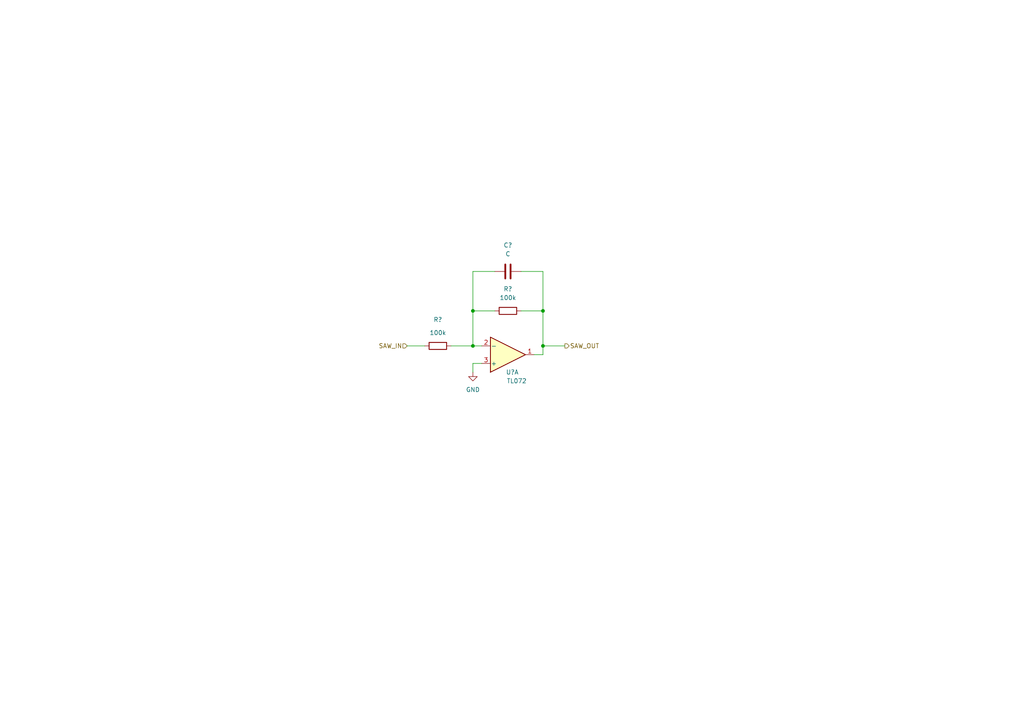
<source format=kicad_sch>
(kicad_sch (version 20211123) (generator eeschema)
  (paper "A4")
  (lib_symbols
    (symbol "Amplifier_Operational:TL072" (pin_names (offset 0.127))
      (property "Reference" "U" (at 0 5.08 0))
      (property "Value" "TL072" (at 0 -5.08 0))
      (symbol "TL072_1_1"
        (polyline (pts (xy -5.08 5.08) (xy 5.08 0) (xy -5.08 -5.08) (xy -5.08 5.08)) (stroke (width 0.254)) (fill (type background)))
        (pin output line (at 7.62 0 180) (length 2.54) (name "~") (number "1"))
        (pin input line (at -7.62 -2.54 0) (length 2.54) (name "-") (number "2"))
        (pin input line (at -7.62 2.54 0) (length 2.54) (name "+") (number "3"))
      )
      (symbol "TL072_2_1"
        (polyline (pts (xy -5.08 5.08) (xy 5.08 0) (xy -5.08 -5.08) (xy -5.08 5.08)) (stroke (width 0.254)) (fill (type background)))
        (pin input line (at -7.62 2.54 0) (length 2.54) (name "+") (number "5"))
        (pin input line (at -7.62 -2.54 0) (length 2.54) (name "-") (number "6"))
        (pin output line (at 7.62 0 180) (length 2.54) (name "~") (number "7"))
      )
      (symbol "TL072_3_1"
        (pin power_in line (at -2.54 -7.62 90) (length 3.81) (name "V-") (number "4"))
        (pin power_in line (at -2.54 7.62 270) (length 3.81) (name "V+") (number "8"))
      )
    )
    (symbol "Device:C" (pin_numbers hide) (pin_names (offset 0.254))
      (property "Reference" "C" (at 0.635 2.54 0))
      (property "Value" "C" (at 0.635 -2.54 0))
      (symbol "C_0_1"
        (polyline (pts (xy -2.032 -0.762) (xy 2.032 -0.762)) (stroke (width 0.508)))
        (polyline (pts (xy -2.032 0.762) (xy 2.032 0.762)) (stroke (width 0.508)))
      )
      (symbol "C_1_1"
        (pin passive line (at 0 3.81 270) (length 2.794) (name "~") (number "1"))
        (pin passive line (at 0 -3.81 90) (length 2.794) (name "~") (number "2"))
      )
    )
    (symbol "Device:R" (pin_numbers hide) (pin_names (offset 0))
      (property "Reference" "R" (at 2.032 0 90))
      (property "Value" "R" (at 0 0 90))
      (symbol "R_0_1"
        (rectangle (start -1.016 -2.54) (end 1.016 2.54) (stroke (width 0.254)))
      )
      (symbol "R_1_1"
        (pin passive line (at 0 3.81 270) (length 1.27) (name "~") (number "1"))
        (pin passive line (at 0 -3.81 90) (length 1.27) (name "~") (number "2"))
      )
    )
    (symbol "power:GND" (power) (pin_names (offset 0))
      (property "Value" "GND" (at 0 -3.81 0))
      (symbol "GND_0_1"
        (polyline (pts (xy 0 0) (xy 0 -1.27) (xy 1.27 -1.27) (xy 0 -2.54) (xy -1.27 -1.27) (xy 0 -1.27)))
      )
      (symbol "GND_1_1"
        (pin power_in line (at 0 0 270) (length 0) hide (name "GND") (number "1"))
      )
    )
  )
  (junction (at 157.48 90.17))
  (junction (at 137.16 100.33))
  (junction (at 157.48 100.33))
  (junction (at 137.16 90.17))
  (wire (pts (xy 157.48 100.33) (xy 163.83 100.33)))
  (wire (pts (xy 157.48 102.87) (xy 157.48 100.33)))
  (wire (pts (xy 157.48 100.33) (xy 157.48 90.17)))
  (wire (pts (xy 151.13 90.17) (xy 157.48 90.17)))
  (wire (pts (xy 143.51 78.74) (xy 137.16 78.74)))
  (wire (pts (xy 154.94 102.87) (xy 157.48 102.87)))
  (wire (pts (xy 118.11 100.33) (xy 123.19 100.33)))
  (wire (pts (xy 130.81 100.33) (xy 137.16 100.33)))
  (wire (pts (xy 137.16 107.95) (xy 137.16 105.41)))
  (wire (pts (xy 137.16 100.33) (xy 139.7 100.33)))
  (wire (pts (xy 137.16 105.41) (xy 139.7 105.41)))
  (wire (pts (xy 137.16 78.74) (xy 137.16 90.17)))
  (wire (pts (xy 137.16 100.33) (xy 137.16 90.17)))
  (wire (pts (xy 151.13 78.74) (xy 157.48 78.74)))
  (wire (pts (xy 157.48 78.74) (xy 157.48 90.17)))
  (wire (pts (xy 137.16 90.17) (xy 143.51 90.17)))
  (hierarchical_label "SAW_IN" (shape input) (at 118.11 100.33 180))
  (hierarchical_label "SAW_OUT" (shape output) (at 163.83 100.33 0))
  (symbol (lib_id "power:GND") (at 137.16 107.95 0) (unit 1)
    (property "Reference" "#PWR?" (effects hide))
    (property "Value" "GND" (at 137.16 113.03 0))
  )
  (symbol (lib_id "Device:R") (at 147.32 90.17 90) (unit 1)
    (property "Reference" "R?" (at 147.32 83.82 90))
    (property "Value" "100k" (at 147.32 86.36 90))
  )
  (symbol (lib_id "Amplifier_Operational:TL072") (at 147.32 102.87 0) (mirror x) (unit 1)
    (property "Reference" "U?" (at 148.59 107.95 0))
    (property "Value" "TL072" (at 149.86 110.49 0))
    (property "Datasheet" "http://www.ti.com/lit/ds/symlink/tl071.pdf" (effects hide))
  )
  (symbol (lib_id "Device:R") (at 127 100.33 90) (unit 1)
    (property "Reference" "R?" (at 127 92.71 90))
    (property "Value" "100k" (at 127 96.52 90))
  )
  (symbol (lib_id "Device:C") (at 147.32 78.74 90) (unit 1)
    (property "Reference" "C?" (at 147.32 71.12 90))
    (property "Value" "C" (at 147.32 73.66 90))
  )
)
</source>
